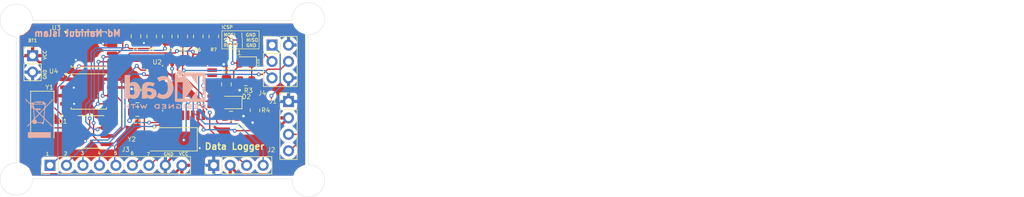
<source format=kicad_pcb>
(kicad_pcb (version 20240108) (generator "pcbnew") (generator_version "8.0")
  (title_block (title "${project_name}") (date "2024-09-26") (comment 1 "2 Layer PCB Version"))
  (layers (0 "F.Cu" signal) (31 "B.Cu" signal) (34 "B.Paste" user) (35 "F.Paste" user) (36 "B.SilkS" user "B.Silkscreen") (37 "F.SilkS" user "F.Silkscreen") (38 "B.Mask" user) (39 "F.Mask" user) (44 "Edge.Cuts" user))
  (property "project_name" "MCU DataLogger with memory and clock")
  (net 0 "")
  (net 1 "GND")
  (net 2 "/VCC")
  (net 3 "Net-(U2-AREF)")
  (net 4 "Net-(U2-PB6)")
  (net 5 "Net-(U2-PB7)")
  (net 6 "Net-(D1-K)")
  (net 7 "/SCK")
  (net 8 "Net-(D2-K)")
  (net 9 "/SDA")
  (net 10 "/TX")
  (net 11 "/RX")
  (net 12 "/D8")
  (net 13 "/D7")
  (net 14 "/D3")
  (net 15 "/D2")
  (net 16 "/D6")
  (net 17 "/MISO")
  (net 18 "/MOSI")
  (net 19 "/RESET")
  (net 20 "Net-(U1-~{INTA})")
  (net 21 "Net-(U1-SQW{slash}~INT)")
  (net 22 "Net-(U1-X2)")
  (net 23 "Net-(U1-X1)")
  (net 32 "/D5")
  (net 33 "/D4")
  (footprint "Package_SO:SOIC-8_5.23x5.23mm_P1.27mm" (layer "F.Cu") (at 101.15 64.5)
    (property "Reference" "U3")
    (property "Value" "24LC1025" (hide yes))
  )
  (footprint "Resistor_SMD:R_0805_2012Metric" (layer "F.Cu") (at 118.038 62.4875 -90)
    (property "Reference" "R6")
    (property "Value" "4.7K" (hide yes))
  )
  (footprint "MountingHole:MountingHole_2.1mm" (layer "F.Cu") (at 90 60)
    (property "Reference" "H1" (hide yes))
    (property "Value" "MountingHole" (hide yes))
  )
  (footprint "MountingHole:MountingHole_2.1mm" (layer "F.Cu") (at 135 84.75)
    (property "Reference" "H4" (hide yes))
    (property "Value" "MountingHole" (hide yes))
  )
  (footprint "ATMEGA328P-AU:QFP80P900X900X120-32N" (layer "F.Cu") (at 116 70.5)
    (property "Reference" "U2")
    (property "Value" "ATMEGA328P-AU" (hide yes))
  )
  (footprint "Resistor_SMD:R_0805_2012Metric" (layer "F.Cu") (at 110.856 62.4875 -90)
    (property "Reference" "R2")
    (property "Value" "10K" (hide yes))
  )
  (footprint "Connector_PinHeader_2.54mm:PinHeader_1x02_P2.54mm_Vertical" (layer "F.Cu") (at 92.5 65.46)
    (property "Reference" "BT1")
    (property "Value" "Battery" (hide yes))
  )
  (footprint "Resistor_SMD:R_0805_2012Metric" (layer "F.Cu") (at 113.25 62.4875 -90)
    (property "Reference" "R1")
    (property "Value" "10K" (hide yes))
  )
  (footprint "DS1337S_:SOIC127P600X175-8N" (layer "F.Cu") (at 101.5 77.25)
    (property "Reference" "U1")
    (property "Value" "DS1337S_" (hide yes))
  )
  (footprint "Resistor_SMD:R_0805_2012Metric" (layer "F.Cu") (at 115.644 62.4875 -90)
    (property "Reference" "R5")
    (property "Value" "10K" (hide yes))
  )
  (footprint "Capacitor_SMD:C_0805_2012Metric" (layer "F.Cu") (at 108.432 62.4675 -90)
    (property "Reference" "C1")
    (property "Value" ".1uF" (hide yes))
  )
  (footprint "Connector_PinHeader_2.54mm:PinHeader_1x09_P2.54mm_Vertical" (layer "F.Cu") (at 95.18 82.4 90)
    (property "Reference" "J3")
    (property "Value" "Conn_01x09_Pin" (hide yes))
  )
  (footprint "Connector_PinHeader_2.54mm:PinHeader_1x04_P2.54mm_Vertical" (layer "F.Cu") (at 131.94 72.54)
    (property "Reference" "J1")
    (property "Value" "Conn_01x04_Pin" (hide yes))
  )
  (footprint "Crystal:Crystal_SMD_5032-2Pin_5.0x3.2mm_HandSoldering" (layer "F.Cu") (at 113.3256 78.3844 180)
    (property "Reference" "Y2")
    (property "Value" "16MHz" (hide yes))
  )
  (footprint "Resistor_SMD:R_0805_2012Metric" (layer "F.Cu") (at 120.432 62.4875 -90)
    (property "Reference" "R7")
    (property "Value" "4.7K" (hide yes))
  )
  (footprint "Capacitor_SMD:C_0805_2012Metric" (layer "F.Cu") (at 108.65 74.1 180)
    (property "Reference" "C5")
    (property "Value" "22pF" (hide yes))
  )
  (footprint "Resistor_SMD:R_0805_2012Metric" (layer "F.Cu") (at 125.35 69.35)
    (property "Reference" "R3")
    (property "Value" "330" (hide yes))
  )
  (footprint "Connector_PinHeader_2.54mm:PinHeader_1x04_P2.54mm_Vertical" (layer "F.Cu") (at 120.41 82.4 90)
    (property "Reference" "J2")
    (property "Value" "Conn_01x04_Pin" (hide yes))
  )
  (footprint "LED_SMD:LED_0805_2012Metric" (layer "F.Cu") (at 123.0843 72.7 180)
    (property "Reference" "D2")
    (property "Value" "LED" (hide yes))
  )
  (footprint "LED_SMD:LED_0805_2012Metric" (layer "F.Cu") (at 125.3125 66.6 180)
    (property "Reference" "D1")
    (property "Value" "LED")
  )
  (footprint "Capacitor_SMD:C_0805_2012Metric" (layer "F.Cu") (at 123.07 74.8)
    (property "Reference" "C3")
    (property "Value" "100nF" (hide yes))
  )
  (footprint "Crystal:Crystal_SMD_5032-2Pin_5.0x3.2mm_HandSoldering" (layer "F.Cu") (at 94 75.5 -90)
    (property "Reference" "Y1")
    (property "Value" "32.768 KHz" (hide yes))
  )
  (footprint "Capacitor_SMD:C_0805_2012Metric" (layer "F.Cu") (at 108.65 72 180)
    (property "Reference" "C4")
    (property "Value" "22pF" (hide yes))
  )
  (footprint "Resistor_SMD:R_0805_2012Metric" (layer "F.Cu") (at 126.77 73.9 -90)
    (property "Reference" "R4")
    (property "Value" "330" (hide yes))
  )
  (footprint "MountingHole:MountingHole_2.1mm" (layer "F.Cu") (at 90 84.5)
    (property "Reference" "H3" (hide yes))
    (property "Value" "MountingHole" (hide yes))
  )
  (footprint "Connector_PinHeader_2.54mm:PinHeader_2x03_P2.54mm_Vertical" (layer "F.Cu") (at 129.4 63.82)
    (property "Reference" "J4")
    (property "Value" "Conn_02x03_Odd_Even" (hide yes))
  )
  (footprint "Package_SO:SOIC-8_5.23x5.23mm_P1.27mm" (layer "F.Cu") (at 101.15 71)
    (property "Reference" "U4")
    (property "Value" "24LC1025" (hide yes))
  )
  (footprint "MountingHole:MountingHole_2.1mm" (layer "F.Cu") (at 135 59.75)
    (property "Reference" "H2" (hide yes))
    (property "Value" "MountingHole" (hide yes))
  )
  (footprint "Capacitor_SMD:C_0805_2012Metric" (layer "F.Cu") (at 122.37 69.9 -90)
    (property "Reference" "C2")
    (property "Value" "0.1uF" (hide yes))
  )
  (footprint "Symbol:WEEE-Logo_4.2x6mm_SilkScreen" (layer "B.Cu") (at 93.5228 75.1332 180)
    (property "Reference" "REF**" (hide yes))
    (property "Value" "WEEE-Logo_4.2x6mm_SilkScreen" (hide yes))
  )
  (footprint "Symbol:KiCad-Logo2_5mm_SilkScreen" (layer "B.Cu") (at 112.8776 70.6628 180)
    (property "Reference" "REF**" (hide yes))
    (property "Value" "KiCad-Logo2_5mm_SilkScreen" (hide yes))
  )
  (gr_rect (start 121.666 61.6204) (end 127.4064 64.4144) (stroke (width 0.1)) (fill none) (layer "F.SilkS"))
  (gr_line (start 90 82) (end 90 62.5) (stroke (width 0.05)) (layer "Edge.Cuts"))
  (gr_arc (start 90 62.5) (mid 88.232233 58.232233) (end 92.5 60) (stroke (width 0.05)) (layer "Edge.Cuts"))
  (gr_arc (start 92.5 84.5) (mid 88.232233 86.267767) (end 90 82) (stroke (width 0.05)) (layer "Edge.Cuts"))
  (gr_line (start 135 62.25) (end 135 82.25) (stroke (width 0.05)) (layer "Edge.Cuts"))
  (gr_arc (start 135 82.25) (mid 136.767767 86.517767) (end 132.5 84.75) (stroke (width 0.05)) (layer "Edge.Cuts"))
  (gr_line (start 92.5 60) (end 132.512407 59.998759) (stroke (width 0.05)) (layer "Edge.Cuts"))
  (gr_line (start 92.5 84.5) (end 132.5 84.5) (stroke (width 0.05)) (layer "Edge.Cuts"))
  (gr_line (start 132.5 84.75) (end 132.5 84.5) (stroke (width 0.05)) (layer "Edge.Cuts"))
  (gr_arc (start 132.512407 59.998759) (mid 136.677513 57.896369) (end 135 62.25) (stroke (width 0.05)) (layer "Edge.Cuts"))
  (gr_text "Md Nahidul Islam" (at 106.2228 62.5856 0) (layer "B.SilkS") (effects (font (size 1 1) (thickness 0.25) (bold yes)) (justify left bottom mirror)))
  (gr_text "Data Logger" (at 118.9228 80.0608 0) (layer "F.SilkS") (effects (font (size 1 1) (thickness 0.2) (bold yes)) (justify left bottom)))
  (gr_text "7" (at 110.0328 80.9752 0) (layer "F.SilkS") (effects (font (size 0.5 0.5) (thickness 0.1)) (justify left bottom)))
  (gr_text "6" (at 107.5436 80.8228 0) (layer "F.SilkS") (effects (font (size 0.5 0.5) (thickness 0.1)) (justify left bottom)))
  (gr_text "2" (at 97.282 80.8736 0) (layer "F.SilkS") (effects (font (size 0.5 0.5) (thickness 0.1)) (justify left bottom)))
  (gr_text "ICSP\n" (at 121.5644 61.3664 0) (layer "F.SilkS") (effects (font (size 0.5 0.5) (thickness 0.1)) (justify left bottom)))
  (gr_text "VCC\n" (at 94.6912 66.1416 90) (layer "F.SilkS") (effects (font (size 0.5 0.5) (thickness 0.1)) (justify left bottom)))
  (gr_text "GND\n" (at 94.6912 69.1896 90) (layer "F.SilkS") (effects (font (size 0.5 0.5) (thickness 0.1)) (justify left bottom)))
  (gr_text "4" (at 102.4636 80.8228 0) (layer "F.SilkS") (effects (font (size 0.5 0.5) (thickness 0.1)) (justify left bottom)))
  (gr_text "VCC\n" (at 115.0112 80.9244 0) (layer "F.SilkS") (effects (font (size 0.5 0.5) (thickness 0.1)) (justify left bottom)))
  (gr_text "3" (at 99.8728 80.8228 0) (layer "F.SilkS") (effects (font (size 0.5 0.5) (thickness 0.1)) (justify left bottom)))
  (gr_text "GND\n" (at 112.6236 80.9752 0) (layer "F.SilkS") (effects (font (size 0.5 0.5) (thickness 0.1)) (justify left bottom)))
  (gr_text "5" (at 105.0036 80.8228 0) (layer "F.SilkS") (effects (font (size 0.5 0.5) (thickness 0.1)) (justify left bottom)))
  (gr_text "MOSI  | GND\nSCK	  | MISO\nRESET | GND" (at 121.8692 64.1604 0) (layer "F.SilkS") (effects (font (size 0.5 0.5) (thickness 0.1)) (justify left bottom)))
  (gr_text "1\n" (at 94.488 80.9244 0) (layer "F.SilkS") (effects (font (size 0.5 0.5) (thickness 0.1)) (justify left bottom)))
  (segment (start 110.35 70.65) (end 107.8 70.65) (width 0.35) (layer "F.Cu") (net 1))
  (segment (start 109.5675 63.4175) (end 108.432 63.4175) (width 0.35) (layer "F.Cu") (net 1))
  (segment (start 107.8 70.65) (end 107.75 70.6) (width 0.35) (layer "F.Cu") (net 1))
  (segment (start 114.5 80.65) (end 117.6 80.65) (width 0.35) (layer "F.Cu") (net 1))
  (segment (start 98.9 72.9) (end 97.555 72.9) (width 0.35) (layer "F.Cu") (net 1))
  (segment (start 111.83 70.9) (end 110.6 70.9) (width 0.35) (layer "F.Cu") (net 1))
  (segment (start 107.7 70.65) (end 107.75 70.6) (width 0.35) (layer "F.Cu") (net 1))
  (segment (start 122.37 67.22) (end 121.95 66.8) (width 0.35) (layer "F.Cu") (net 1))
  (segment (start 99.025 79.155) (end 100.095 79.155) (width 0.35) (layer "F.Cu") (net 1))
  (segment (start 124.4375 70.7625) (end 124.4 70.8) (width 0.35) (layer "F.Cu") (net 1))
  (segment (start 104.75 70.365) (end 107.515 70.365) (width 0.4) (layer "F.Cu") (net 1))
  (segment (start 103.615 63.865) (end 103.35 63.6) (width 0.35) (layer "F.Cu") (net 1))
  (segment (start 124.02 74.8) (end 125 74.8) (width 0.35) (layer "F.Cu") (net 1))
  (segment (start 97.55 66.405) (end 98.845 66.405) (width 0.35) (layer "F.Cu") (net 1))
  (segment (start 111.83 69.3) (end 113.05 69.3) (width 0.35) (layer "F.Cu") (net 1))
  (segment (start 118.8 70.1) (end 120.17 70.1) (width 0.35) (layer "F.Cu") (net 1))
  (segment (start 113.05 69.3) (end 113.1 69.35) (width 0.35) (layer "F.Cu") (net 1))
  (segment (start 126.77 74.8125) (end 126.77 75.43) (width 0.35) (layer "F.Cu") (net 1))
  (segment (start 97.555 72.9) (end 97.55 72.905) (width 0.35) (layer "F.Cu") (net 1))
  (segment (start 118.25 80) (end 118.25 79.75) (width 0.35) (layer "F.Cu") (net 1))
  (segment (start 110.6 70.9) (end 110.35 70.65) (width 0.35) (layer "F.Cu") (net 1))
  (segment (start 109.65 63.5) (end 109.5675 63.4175) (width 0.35) (layer "F.Cu") (net 1))
  (segment (start 98.85 70.4) (end 97.585 70.4) (width 0.35) (layer "F.Cu") (net 1))
  (segment (start 104.75 63.865) (end 103.615 63.865) (width 0.35) (layer "F.Cu") (net 1))
  (segment (start 107.45 75.5) (end 107.7 75.25) (width 0.35) (layer "F.Cu") (net 1))
  (segment (start 122.37 68.95) (end 122.37 67.22) (width 0.35) (layer "F.Cu") (net 1))
  (segment (start 124.4375 69.35) (end 124.4375 70.7625) (width 0.35) (layer "F.Cu") (net 1))
  (segment (start 107.515 70.365) (end 107.75 70.6) (width 0.35) (layer "F.Cu") (net 1))
  (segment (start 126.77 75.43) (end 126.4 75.8) (width 0.35) (layer "F.Cu") (net 1))
  (segment (start 107.7 72) (end 107.7 70.65) (width 0.35) (layer "F.Cu") (net 1))
  (segment (start 97.585 70.4) (end 97.55 70.365) (width 0.35) (layer "F.Cu") (net 1))
  (segment (start 107.7 75.25) (end 107.7 74.1) (width 0.35) (layer "F.Cu") (net 1))
  (segment (start 112.96 82.55) (end 112.96 82.19) (width 0.35) (layer "F.Cu") (net 1))
  (segment (start 100.095 79.155) (end 100.6 78.65) (width 0.35) (layer "F.Cu") (net 1))
  (segment (start 98.845 66.405) (end 99.15 66.1) (width 0.35) (layer "F.Cu") (net 1))
  (segment (start 117.6 80.65) (end 118.25 80) (width 0.35) (layer "F.Cu") (net 1))
  (segment (start 112.96 82.19) (end 114.5 80.65) (width 0.35) (layer "F.Cu") (net 1))
  (via (at 107.75 70.6) (size 0.9) (drill 0.4) (layers "F.Cu" "B.Cu") (net 1))
  (via (at 121.95 66.8) (size 0.9) (drill 0.4) (layers "F.Cu" "B.Cu") (net 1))
  (via (at 126.4 75.8) (size 0.9) (drill 0.4) (layers "F.Cu" "B.Cu") (net 1))
  (via (at 118.25 79.75) (size 0.6) (drill 0.3) (layers "F.Cu" "B.Cu") (net 1))
  (via (at 100.6 78.65) (size 0.5) (drill 0.3) (layers "F.Cu" "B.Cu") (net 1))
  (via (at 124.4 70.8) (size 0.9) (drill 0.4) (layers "F.Cu" "B.Cu") (net 1))
  (via (at 98.85 70.4) (size 0.5) (drill 0.3) (layers "F.Cu" "B.Cu") (net 1))
  (via (at 98.9 72.9) (size 0.5) (drill 0.3) (layers "F.Cu" "B.Cu") (net 1))
  (via (at 103.35 63.6) (size 0.5) (drill 0.3) (layers "F.Cu" "B.Cu") (net 1))
  (via (at 118.8 70.1) (size 0.6) (drill 0.4) (layers "F.Cu" "B.Cu") (net 1))
  (via (at 99.15 66.1) (size 0.5) (drill 0.3) (layers "F.Cu" "B.Cu") (net 1))
  (via (at 109.65 63.5) (size 0.5) (drill 0.3) (layers "F.Cu" "B.Cu") (net 1))
  (via (at 113.1 69.35) (size 0.9) (drill 0.4) (layers "F.Cu" "B.Cu") (net 1))
  (via (at 125 74.8) (size 0.9) (drill 0.4) (layers "F.Cu" "B.Cu") (net 1))
  (via (at 107.45 75.5) (size 0.7) (drill 0.4) (layers "F.Cu" "B.Cu") (net 1))
  (segment (start 112.96 82.55) (end 112.96 82.09) (width 0.35) (layer "B.Cu") (net 1))
  (segment (start 109.85 69.7) (end 107.9 67.75) (width 0.3) (layer "F.Cu") (net 2))
  (segment (start 111.83 71.7) (end 117.9 71.7) (width 0.2) (layer "F.Cu") (net 2))
  (segment (start 95.55 66.45) (end 93.49 66.45) (width 0.3) (layer "F.Cu") (net 2))
  (segment (start 108.167 61.7825) (end 108.432 61.5175) (width 0.2) (layer "F.Cu") (net 2))
  (segment (start 122.12 72.7268) (end 122.1468 72.7) (width 0.2) (layer "F.Cu") (net 2))
  (segment (start 90.75 70.1) (end 90.75 69.95) (width 0.2) (layer "F.Cu") (net 2))
  (segment (start 90.75 69.95) (end 90.75 63.35) (width 0.4) (layer "F.Cu") (net 2))
  (segment (start 97.55 69.095) (end 97.545 69.1) (width 0.2) (layer "F.Cu") (net 2))
  (segment (start 120.17 72.5) (end 121.9468 72.5) (width 0.2) (layer "F.Cu") (net 2))
  (segment (start 96.15 69.1) (end 94.9 70.35) (width 0.4) (layer "F.Cu") (net 2))
  (segment (start 106.345 61.5175) (end 108.432 61.5175) (width 0.4) (layer "F.Cu") (net 2))
  (segment (start 103.975 75.345) (end 104.605 75.345) (width 0.2) (layer "F.Cu") (net 2))
  (segment (start 105.2675 62.595) (end 106.345 61.5175) (width 0.4) (layer "F.Cu") (net 2))
  (segment (start 93.49 66.45) (end 92.5 65.46) (width 0.3) (layer "F.Cu") (net 2))
  (segment (start 100.5 73.4) (end 100.25 73.15) (width 0.4) (layer "F.Cu") (net 2))
  (segment (start 99.9 70.9) (end 99.9 70.445) (width 0.4) (layer "F.Cu") (net 2))
  (segment (start 91.05 70.35) (end 90.8 70.1) (width 0.4) (layer "F.Cu") (net 2))
  (segment (start 130 83.15) (end 130 77.02) (width 0.4) (layer "F.Cu") (net 2))
  (segment (start 99.9 70.445) (end 98.55 69.095) (width 0.4) (layer "F.Cu") (net 2))
  (segment (start 124.2 83.8) (end 129.35 83.8) (width 0.4) (layer "F.Cu") (net 2))
  (segment (start 97.55 65.135) (end 97.55 63.865) (width 0.4) (layer "F.Cu") (net 2))
  (segment (start 97.545 69.1) (end 96.15 69.1) (width 0.4) (layer "F.Cu") (net 2))
  (segment (start 97.55 71.635) (end 99.165 71.635) (width 0.4) (layer "F.Cu") (net 2))
  (segment (start 99.165 71.635) (end 99.9 70.9) (width 0.4) (layer "F.Cu") (net 2))
  (segment (start 110.35 69.7) (end 109.85 69.7) (width 0.3) (layer "F.Cu") (net 2))
  (segment (start 102.945 75.345) (end 101 73.4) (width 0.4) (layer "F.Cu") (net 2))
  (segment (start 113.05 71.4) (end 113.05 70.45) (width 0.2) (layer "F.Cu") (net 2))
  (segment (start 91.505 62.595) (end 97.55 62.595) (width 0.4) (layer "F.Cu") (net 2))
  (segment (start 112.75 71.7) (end 113.05 71.4) (width 0.2) (layer "F.Cu") (net 2))
  (segment (start 115.644 61.575) (end 118.038 61.575) (width 0.4) (layer "F.Cu") (net 2))
  (segment (start 118.7 72.5) (end 120.17 72.5) (width 0.2) (layer "F.Cu") (net 2))
  (segment (start 97.55 62.595) (end 104.75 62.595) (width 0.4) (layer "F.Cu") (net 2))
  (segment (start 100.25 73.15) (end 100.25 72.2) (width 0.4) (layer "F.Cu") (net 2))
  (segment (start 103.975 75.345) (end 102.945 75.345) (width 0.4) (layer "F.Cu") (net 2))
  (segment (start 96.135 69.095) (end 97.55 69.095) (width 0.4) (layer "F.Cu") (net 2))
  (segment (start 100.25 72.2) (end 99.685 71.635) (width 0.4) (layer "F.Cu") (net 2))
  (segment (start 104.75 69.095) (end 98.55 69.095) (width 0.4) (layer "F.Cu") (net 2))
  (segment (start 129.35 83.8) (end 130 83.15) (width 0.4) (layer "F.Cu") (net 2))
  (segment (start 118.038 61.575) (end 120.432 61.575) (width 0.4) (layer "F.Cu") (net 2))
  (segment (start 130 77.02) (end 131.94 75.08) (width 0.4) (layer "F.Cu") (net 2))
  (segment (start 97.55 63.865) (end 97.55 62.595) (width 0.4) (layer "F.Cu") (net 2))
  (segment (start 90.75 63.35) (end 91.505 62.595) (width 0.4) (layer "F.Cu") (net 2))
  (segment (start 93.4 83.8) (end 90.75 81.15) (width 0.4) (layer "F.Cu") (net 2))
  (segment (start 90.8 70.1) (end 90.75 70.1) (width 0.2) (layer "F.Cu") (net 2))
  (segment (start 96.85 67.75) (end 95.55 66.45) (width 0.3) (layer "F.Cu") (net 2))
  (segment (start 108.432 61.5175) (end 110.7985 61.5175) (width 0.4) (layer "F.Cu") (net 2))
  (segment (start 111.83 71.7) (end 112.75 71.7) (width 0.2) (layer "F.Cu") (net 2))
  (segment (start 107.9 67.75) (end 96.85 67.75) (width 0.3) (layer "F.Cu") (net 2))
  (segment (start 122.95 82.55) (end 124.2 83.8) (width 0.4) (layer "F.Cu") (net 2))
  (segment (start 110.7985 61.5175) (end 110.856 61.575) (width 0.2) (layer "F.Cu") (net 2))
  (segment (start 99.685 71.635) (end 97.55 71.635) (width 0.4) (layer "F.Cu") (net 2))
  (segment (start 112.7 70.1) (end 111.83 70.1) (width 0.2) (layer "F.Cu") (net 2))
  (segment (start 110.856 61.575) (end 113.25 61.575) (width 0.4) (layer "F.Cu") (net 2))
  (segment (start 110.75 70.1) (end 110.35 69.7) (width 0.3) (layer "F.Cu") (net 2))
  (segment (start 115.5 82.55) (end 114.25 83.8) (width 0.4) (layer "F.Cu") (net 2))
  (segment (start 111.83 70.1) (end 110.75 70.1) (width 0.3) (layer "F.Cu") (net 2))
  (segment (start 113.25 61.575) (end 115.644 61.575) (width 0.4) (layer "F.Cu") (net 2))
  (segment (start 98.55 69.095) (end 97.55 69.095) (width 0.4) (layer "F.Cu") (net 2))
  (segment (start 94.9 70.35) (end 91.05 70.35) (width 0.4) (layer "F.Cu") (net 2))
  (segment (start 117.9 71.7) (end 118.7 72.5) (width 0.2) (layer "F.Cu") (net 2))
  (segment (start 104.75 62.595) (end 105.2675 62.595) (width 0.2) (layer "F.Cu") (net 2))
  (segment (start 114.25 83.8) (end 93.4 83.8) (width 0.4) (layer "F.Cu") (net 2))
  (segment (start 122.12 74.8) (end 122.12 72.7268) (width 0.2) (layer "F.Cu") (net 2))
  (segment (start 92.5 65.46) (end 96.135 69.095) (width 0.4) (layer "F.Cu") (net 2))
  (segment (start 90.75 81.15) (end 90.75 69.95) (width 0.4) (layer "F.Cu") (net 2))
  (segment (start 121.9468 72.5) (end 122.1468 72.7) (width 0.2) (layer "F.Cu") (net 2))
  (segment (start 101 73.4) (end 100.5 73.4) (width 0.4) (layer "F.Cu") (net 2))
  (segment (start 113.05 70.45) (end 112.7 70.1) (width 0.2) (layer "F.Cu") (net 2))
  (segment (start 120.17 70.9) (end 122.32 70.9) (width 0.2) (layer "F.Cu") (net 3))
  (segment (start 122.32 70.9) (end 122.37 70.85) (width 0.2) (layer "F.Cu") (net 3))
  (segment (start 109.72 72) (end 110.22 72.5) (width 0.2) (layer "F.Cu") (net 4))
  (segment (start 116.5 72.6) (end 116.4 72.5) (width 0.2) (layer "F.Cu") (net 4))
  (segment (start 116.4 72.5) (end 111.83 72.5) (width 0.2) (layer "F.Cu") (net 4))
  (segment (start 110.22 72.5) (end 111.83 72.5) (width 0.2) (layer "F.Cu") (net 4))
  (via (at 116.5 72.6) (size 0.6) (drill 0.3) (layers "F.Cu" "B.Cu") (net 4))
  (via (at 115.8 78.5) (size 0.6) (drill 0.3) (layers "F.Cu" "B.Cu") (net 4))
  (segment (start 116.15 77.55) (end 116.15 72.95) (width 0.2) (layer "B.Cu") (net 4))
  (segment (start 115.8 77.9) (end 116.15 77.55) (width 0.2) (layer "B.Cu") (net 4))
  (segment (start 115.8 78.5) (end 115.8 77.9) (width 0.2) (layer "B.Cu") (net 4))
  (segment (start 116.15 72.95) (end 116.5 72.6) (width 0.2) (layer "B.Cu") (net 4))
  (segment (start 110.3 73.35) (end 111.78 73.35) (width 0.2) (layer "F.Cu") (net 5))
  (segment (start 109.72 74.1) (end 109.72 73.93) (width 0.2) (layer "F.Cu") (net 5))
  (segment (start 109.72 77.37) (end 109.72 74.1) (width 0.2) (layer "F.Cu") (net 5))
  (segment (start 110.6 78.5) (end 109.72 77.62) (width 0.2) (layer "F.Cu") (net 5))
  (segment (start 111.78 73.35) (end 111.83 73.3) (width 0.2) (layer "F.Cu") (net 5))
  (segment (start 109.72 73.93) (end 110.3 73.35) (width 0.2) (layer "F.Cu") (net 5))
  (segment (start 126.2625 69.35) (end 126.2625 66.6125) (width 0.2) (layer "F.Cu") (net 6))
  (segment (start 126.2625 66.6125) (end 126.25 66.6) (width 0.2) (layer "F.Cu") (net 6))
  (segment (start 131.94 80.16) (end 132.06 80.16) (width 0.2) (layer "F.Cu") (net 7))
  (segment (start 132.942158 61.842158) (end 132.907843 61.842158) (width 0.2) (layer "F.Cu") (net 7))
  (segment (start 106.25 76.7) (end 106.25 72.55) (width 0.2) (layer "F.Cu") (net 7))
  (segment (start 104.75 71.635) (end 103.315 71.635) (width 0.2) (layer "F.Cu") (net 7))
  (segment (start 124.375 66.6) (end 124.33 66.555) (width 0.2) (layer "F.Cu") (net 7))
  (segment (start 120.85 73.98) (end 120.17 73.3) (width 0.2) (layer "F.Cu") (net 7))
  (segment (start 119.6795 62.45) (end 122.55 62.45) (width 0.2) (layer "F.Cu") (net 7))
  (segment (start 104.235 65.65) (end 104.75 65.135) (width 0.2) (layer "F.Cu") (net 7))
  (segment (start 127.05 61.7) (end 125.7 63.05) (width 0.2) (layer "F.Cu") (net 7))
  (segment (start 107.1825 62.5675) (end 117.712 62.5675) (width 0.2) (layer "F.Cu") (net 7))
  (segment (start 128.19 65.15) (end 129.4 66.36) (width 0.2) (layer "F.Cu") (net 7))
  (segment (start 118.038 63.4) (end 118.7295 63.4) (width 0.2) (layer "F.Cu") (net 7))
  (segment (start 123.5 67.85) (end 123.5 71.5) (width 0.2) (layer "F.Cu") (net 7))
  (segment (start 120.85 75.65) (end 120.85 73.98) (width 0.2) (layer "F.Cu") (net 7))
  (segment (start 122.9 75.95) (end 121.15 75.95) (width 0.2) (layer "F.Cu") (net 7))
  (segment (start 124.33 66.555) (end 124.33 65.45) (width 0.2) (layer "F.Cu") (net 7))
  (segment (start 134.05 62.95) (end 132.942158 61.842158) (width 0.2) (layer "F.Cu") (net 7))
  (segment (start 103.315 71.635) (end 103.3 71.65) (width 0.2) (layer "F.Cu") (net 7))
  (segment (start 117.712 62.5675) (end 118.038 62.8935) (width 0.2) (layer "F.Cu") (net 7))
  (segment (start 106.4 64.35) (end 106.4 63.35) (width 0.2) (layer "F.Cu") (net 7))
  (segment (start 105.065 77.885) (end 106.25 76.7) (width 0.2) (layer "F.Cu") (net 7))
  (segment (start 106.25 72.55) (end 105.335 71.635) (width 0.2) (layer "F.Cu") (net 7))
  (segment (start 132.907843 61.842158) (end 132.907843 61.807843) (width 0.2) (layer "F.Cu") (net 7))
  (segment (start 117.7495 63.4) (end 118.038 63.4) (width 0.2) (layer "F.Cu") (net 7))
  (segment (start 125.7 63.05) (end 123.15 63.05) (width 0.2) (layer "F.Cu") (net 7))
  (segment (start 134.05 78.25) (end 134.05 62.95) (width 0.2) (layer "F.Cu") (net 7))
  (segment (start 123.5 71.5) (end 123.1 71.9) (width 0.2) (layer "F.Cu") (net 7))
  (segment (start 124.375 66.6) (end 123.33 66.6) (width 0.2) (layer "F.Cu") (net 7))
  (segment (start 106.4 63.35) (end 107.1825 62.5675) (width 0.2) (layer "F.Cu") (net 7))
  (segment (start 124.375 66.975) (end 124.375 66.6) (width 0.2) (layer "F.Cu") (net 7))
  (segment (start 105.615 65.135) (end 106.4 64.35) (width 0.2) (layer "F.Cu") (net 7))
  (segment (start 132.1 80.2) (end 134.05 78.25) (width 0.2) (layer "F.Cu") (net 7))
  (segment (start 118.7295 63.4) (end 119.6795 62.45) (width 0.2) (layer "F.Cu") (net 7))
  (segment (start 103.975 77.885) (end 105.065 77.885) (width 0.2) (layer "F.Cu") (net 7))
  (segment (start 116.4 66.33) (end 116.4 64.7495) (width 0.2) (layer "F.Cu") (net 7))
  (segment (start 122.55 62.45) (end 123.15 63.05) (width 0.2) (layer "F.Cu") (net 7))
  (segment (start 123.1 71.9) (end 123.1 75.75) (width 0.2) (layer "F.Cu") (net 7))
  (segment (start 104.75 65.135) (end 105.615 65.135) (width 0.2) (layer "F.Cu") (net 7))
  (segment (start 124.33 65.45) (end 124.63 65.15) (width 0.2) (layer "F.Cu") (net 7))
  (segment (start 123.1 75.75) (end 122.9 75.95) (width 0.2) (layer "F.Cu") (net 7))
  (segment (start 121.15 75.95) (end 120.85 75.65) (width 0.2) (layer "F.Cu") (net 7))
  (segment (start 132.06 80.16) (end 132.1 80.2) (width 0.2) (layer "F.Cu") (net 7))
  (segment (start 123.5 67.85) (end 124.375 66.975) (width 0.2) (layer "F.Cu") (net 7))
  (segment (start 124.63 65.15) (end 128.19 65.15) (width 0.2) (layer "F.Cu") (net 7))
  (segment (start 132.907843 61.807843) (end 132.8 61.7) (width 0.2) (layer "F.Cu") (net 7))
  (segment (start 118.038 62.8935) (end 118.038 63.4) (width 0.2) (layer "F.Cu") (net 7))
  (segment (start 116.4 64.7495) (end 117.7495 63.4) (width 0.2) (layer "F.Cu") (net 7))
  (segment (start 105.335 71.635) (end 104.75 71.635) (width 0.2) (layer "F.Cu") (net 7))
  (segment (start 103.4 65.65) (end 104.235 65.65) (width 0.2) (layer "F.Cu") (net 7))
  (segment (start 132.8 61.7) (end 127.05 61.7) (width 0.2) (layer "F.Cu") (net 7))
  (via (at 103.3 71.65) (size 0.6) (drill 0.3) (layers "F.Cu" "B.Cu") (net 7))
  (via (at 123.33 66.6) (size 0.6) (drill 0.3) (layers "F.Cu" "B.Cu") (net 7))
  (via (at 123.15 63.05) (size 0.6) (drill 0.3) (layers "F.Cu" "B.Cu") (net 7))
  (via (at 103.4 65.65) (size 0.6) (drill 0.3) (layers "F.Cu" "B.Cu") (net 7))
  (segment (start 103.4 71.55) (end 103.3 71.65) (width 0.2) (layer "B.Cu") (net 7))
  (segment (start 103.4 65.65) (end 103.4 71.55) (width 0.2) (layer "B.Cu") (net 7))
  (segment (start 123.33 66.6) (end 123.33 63.15) (width 0.2) (layer "B.Cu") (net 7))
  (segment (start 126.4825 72.7) (end 126.77 72.9875) (width 0.2) (layer "F.Cu") (net 8))
  (segment (start 124.0218 72.7) (end 126.4825 72.7) (width 0.2) (layer "F.Cu") (net 8))
  (segment (start 131.94 77.62) (end 133.23 77.62) (width 0.2) (layer "F.Cu") (net 9))
  (segment (start 117.2 66.33) (end 117.2 65.45) (width 0.2) (layer "F.Cu") (net 9))
  (segment (start 107.55 65.05) (end 114.3 65.05) (width 0.2) (layer "F.Cu") (net 9))
  (segment (start 118.8295 65.25) (end 120.432 63.6475) (width 0.2) (layer "F.Cu") (net 9))
  (segment (start 104.755 66.4) (end 106.2 66.4) (width 0.2) (layer "F.Cu") (net 9))
  (segment (start 117.2 64.85) (end 117.2 66.33) (width 0.2) (layer "F.Cu") (net 9))
  (segment (start 101.9 75.85) (end 101.9 77.95) (width 0.2) (layer "F.Cu") (net 9))
  (segment (start 120.682 63.65) (end 120.432 63.4) (width 0.2) (layer "F.Cu") (net 9))
  (segment (start 104.745 72.9) (end 104.75 72.905) (width 0.2) (layer "F.Cu") (net 9))
  (segment (start 132.7 62.2) (end 127.2 62.2) (width 0.2) (layer "F.Cu") (net 9))
  (segment (start 133.65 77.2) (end 133.65 63.15) (width 0.2) (layer "F.Cu") (net 9))
  (segment (start 114.3 65.05) (end 114.45 65.05) (width 0.2) (layer "F.Cu") (net 9))
  (segment (start 120.432 63.6475) (end 120.432 63.4) (width 0.2) (layer "F.Cu") (net 9))
  (segment (start 114.45 65.05) (end 114.75 64.75) (width 0.2) (layer "F.Cu") (net 9))
  (segment (start 117.2 65.45) (end 117.4 65.25) (width 0.2) (layer "F.Cu") (net 9))
  (segment (start 133.65 63.15) (end 132.7 62.2) (width 0.2) (layer "F.Cu") (net 9))
  (segment (start 104.75 66.405) (end 104.755 66.4) (width 0.2) (layer "F.Cu") (net 9))
  (segment (start 125.75 63.65) (end 120.682 63.65) (width 0.2) (layer "F.Cu") (net 9))
  (segment (start 104.745 66.4) (end 102.65 66.4) (width 0.2) (layer "F.Cu") (net 9))
  (segment (start 104.75 66.405) (end 104.745 66.4) (width 0.2) (layer "F.Cu") (net 9))
  (segment (start 127.2 62.2) (end 125.75 63.65) (width 0.2) (layer "F.Cu") (net 9))
  (segment (start 117.4 65.25) (end 118.8295 65.25) (width 0.2) (layer "F.Cu") (net 9))
  (segment (start 133.23 77.62) (end 133.65 77.2) (width 0.2) (layer "F.Cu") (net 9))
  (segment (start 106.2 66.4) (end 107.55 65.05) (width 0.2) (layer "F.Cu") (net 9))
  (segment (start 103.105 79.155) (end 103.975 79.155) (width 0.2) (layer "F.Cu") (net 9))
  (segment (start 102.55 72.9) (end 104.745 72.9) (width 0.2) (layer "F.Cu") (net 9))
  (segment (start 101.9 77.95) (end 103.105 79.155) (width 0.2) (layer "F.Cu") (net 9))
  (via (at 114.75 64.75) (size 0.6) (drill 0.3) (layers "F.Cu" "B.Cu") (net 9))
  (via (at 102.65 66.4) (size 0.6) (drill 0.3) (layers "F.Cu" "B.Cu") (net 9))
  (via (at 102.55 72.9) (size 0.6) (drill 0.3) (layers "F.Cu" "B.Cu") (net 9))
  (via (at 117.2 64.85) (size 0.6) (drill 0.3) (layers "F.Cu" "B.Cu") (net 9))
  (via (at 101.9 75.85) (size 0.6) (drill 0.3) (layers "F.Cu" "B.Cu") (net 9))
  (segment (start 101.9 75.85) (end 101.9 73.55) (width 0.2) (layer "B.Cu") (net 9))
  (segment (start 101.9 73.55) (end 102.55 72.9) (width 0.2) (layer "B.Cu") (net 9))
  (segment (start 117.1 64.75) (end 117.2 64.85) (width 0.2) (layer "B.Cu") (net 9))
  (segment (start 114.75 64.75) (end 117.1 64.75) (width 0.2) (layer "B.Cu") (net 9))
  (segment (start 102.65 66.4) (end 102.65 72.8) (width 0.2) (layer "B.Cu") (net 9))
  (segment (start 102.65 72.8) (end 102.55 72.9) (width 0.2) (layer "B.Cu") (net 9))
  (segment (start 114 66.33) (end 114 67.45) (width 0.2) (layer "F.Cu") (net 10))
  (via (at 114 67.45) (size 0.6) (drill 0.3) (layers "F.Cu" "B.Cu") (net 10))
  (segment (start 114 69.1) (end 117.25 72.35) (width 0.2) (layer "B.Cu") (net 10))
  (segment (start 117.25 74.2) (end 119.05 76) (width 0.2) (layer "B.Cu") (net 10))
  (segment (start 114 67.45) (end 114 69.1) (width 0.2) (layer "B.Cu") (net 10))
  (segment (start 117.25 72.35) (end 117.25 74.2) (width 0.2) (layer "B.Cu") (net 10))
  (segment (start 119.05 76) (end 124.15 76) (width 0.2) (layer "B.Cu") (net 10))
  (segment (start 124.15 76) (end 128.03 79.88) (width 0.2) (layer "B.Cu") (net 10))
  (segment (start 128.03 79.88) (end 128.03 82.55) (width 0.2) (layer "B.Cu") (net 10))
  (segment (start 119.8 76.86) (end 125.49 82.55) (width 0.2) (layer "F.Cu") (net 11))
  (segment (start 114.8 67.65) (end 118.85 71.7) (width 0.2) (layer "F.Cu") (net 11))
  (segment (start 114.8 66.33) (end 114.8 67.65) (width 0.2) (layer "F.Cu") (net 11))
  (segment (start 119.8 74.25) (end 119.8 76.86) (width 0.2) (layer "F.Cu") (net 11))
  (via (at 119.8 74.25) (size 0.6) (drill 0.3) (layers "F.Cu" "B.Cu") (net 11))
  (via (at 118.85 71.7) (size 0.6) (drill 0.3) (layers "F.Cu" "B.Cu") (net 11))
  (segment (start 118.85 73.3) (end 119.8 74.25) (width 0.2) (layer "B.Cu") (net 11))
  (segment (start 118.85 71.7) (end 118.85 73.3) (width 0.2) (layer "B.Cu") (net 11))
  (segment (start 115.6 75.3064) (end 115.6 74.67) (width 0.2) (layer "F.Cu") (net 12))
  (segment (start 113.45 77) (end 113.9064 77) (width 0.2) (layer "F.Cu") (net 12))
  (segment (start 110.42 82.55) (end 112.12 80.85) (width 0.2) (layer "F.Cu") (net 12))
  (segment (start 113.35 77.1) (end 113.45 77) (width 0.2) (layer "F.Cu") (net 12))
  (segment (start 112.12 80.85) (end 112.5 80.85) (width 0.2) (layer "F.Cu") (net 12))
  (segment (start 113.9064 77) (end 115.6 75.3064) (width 0.2) (layer "F.Cu") (net 12))
  (segment (start 112.5 80.85) (end 113.35 80) (width 0.2) (layer "F.Cu") (net 12))
  (segment (start 113.35 80) (end 113.35 77.1) (width 0.2) (layer "F.Cu") (net 12))
  (segment (start 112.8268 79.9232) (end 112.8268 76.8096) (width 0.2) (layer "F.Cu") (net 13))
  (segment (start 112.8268 76.8096) (end 113.0364 76.6) (width 0.2) (layer "F.Cu") (net 13))
  (segment (start 109.98 80.45) (end 112.3 80.45) (width 0.2) (layer "F.Cu") (net 13))
  (segment (start 113.65 76.6) (end 114.8 75.45) (width 0.2) (layer "F.Cu") (net 13))
  (segment (start 107.88 82.55) (end 109.98 80.45) (width 0.2) (layer "F.Cu") (net 13))
  (segment (start 112.3 80.45) (end 112.8268 79.9232) (width 0.2) (layer "F.Cu") (net 13))
  (segment (start 114.8 75.45) (end 114.8 74.67) (width 0.2) (layer "F.Cu") (net 13))
  (segment (start 113.0364 76.6) (end 113.65 76.6) (width 0.2) (layer "F.Cu") (net 13))
  (segment (start 108.55 67.05) (end 109.2 67.7) (width 0.2) (layer "F.Cu") (net 14))
  (segment (start 109.2 67.7) (end 111.83 67.7) (width 0.2) (layer "F.Cu") (net 14))
  (via (at 108.55 67.05) (size 0.6) (drill 0.3) (layers "F.Cu" "B.Cu") (net 14))
  (segment (start 106.25 76.35) (end 104.1 78.5) (width 0.2) (layer "B.Cu") (net 14))
  (segment (start 100.1 80.15) (end 99.7 80.15) (width 0.2) (layer "B.Cu") (net 14))
  (segment (start 108.55 67.05) (end 106.25 69.35) (width 0.2) (layer "B.Cu") (net 14))
  (segment (start 106.25 69.35) (end 106.25 76.35) (width 0.2) (layer "B.Cu") (net 14))
  (segment (start 99.7 80.15) (end 97.72 82.13) (width 0.2) (layer "B.Cu") (net 14))
  (segment (start 101.75 78.5) (end 100.1 80.15) (width 0.2) (layer "B.Cu") (net 14))
  (segment (start 104.1 78.5) (end 101.75 78.5) (width 0.2) (layer "B.Cu") (net 14))
  (segment (start 97.72 82.13) (end 97.72 82.55) (width 0.2) (layer "B.Cu") (net 14))
  (segment (start 106.35 67.1) (end 99.65 67.1) (width 0.2) (layer "F.Cu") (net 15))
  (segment (start 107.12 66.33) (end 106.7 66.75) (width 0.2) (layer "F.Cu") (net 15))
  (segment (start 113.2 66.33) (end 107.12 66.33) (width 0.2) (layer "F.Cu") (net 15))
  (segment (start 106.7 66.75) (end 106.35 67.1) (width 0.2) (layer "F.Cu") (net 15))
  (via (at 99.65 67.1) (size 0.6) (drill 0.3) (layers "F.Cu" "B.Cu") (net 15))
  (segment (start 99.65 67.1) (end 96.4 70.35) (width 0.2) (layer "B.Cu") (net 15))
  (segment (start 96.4 70.35) (end 96.4 81.33) (width 0.2) (layer "B.Cu") (net 15))
  (segment (start 96.4 81.33) (end 95.18 82.55) (width 0.2) (layer "B.Cu") (net 15))
  (segment (start 114 75.5) (end 113.3 76.2) (width 0.2) (layer "F.Cu") (net 16))
  (segment (start 113.3 76.2) (end 111.45 76.2) (width 0.2) (layer "F.Cu") (net 16))
  (segment (start 114 74.67) (end 114 75.5) (width 0.2) (layer "F.Cu") (net 16))
  (segment (start 111.45 76.2) (end 111.25 76.4) (width 0.2) (layer "F.Cu") (net 16))
  (via (at 111.25 76.4) (size 0.6) (drill 0.3) (layers "F.Cu" "B.Cu") (net 16))
  (segment (start 105.15 79.45) (end 105.15 82.36) (width 0.2) (layer "B.Cu") (net 16))
  (segment (start 108.2 76.4) (end 105.15 79.45) (width 0.2) (layer "B.Cu") (net 16))
  (segment (start 105.15 82.36) (end 105.34 82.55) (width 0.2) (layer "B.Cu") (net 16))
  (segment (start 111.25 76.4) (end 108.2 76.4) (width 0.2) (layer "B.Cu") (net 16))
  (segment (start 118.8 74.67) (end 118.8 73.55) (width 0.2) (layer "F.Cu") (net 17))
  (segment (start 127.35 68.35) (end 127.95 68.35) (width 0.2) (layer "F.Cu") (net 17))
  (segment (start 130.75 67.55) (end 131.94 66.36) (width 0.2) (layer "F.Cu") (net 17))
  (segment (start 118.8 73.55) (end 118.1 72.85) (width 0.2) (layer "F.Cu") (net 17))
  (segment (start 128.75 67.55) (end 130.75 67.55) (width 0.2) (layer "F.Cu") (net 17))
  (segment (start 127.95 68.35) (end 128.75 67.55) (width 0.2) (layer "F.Cu") (net 17))
  (via (at 127.35 68.35) (size 0.6) (drill 0.3) (layers "F.Cu" "B.Cu") (net 17))
  (via (at 118.1 72.85) (size 0.6) (drill 0.3) (layers "F.Cu" "B.Cu") (net 17))
  (segment (start 118.1 72.85) (end 118.1 68.75) (width 0.2) (layer "B.Cu") (net 17))
  (segment (start 118.1 68.75) (end 118.5 68.35) (width 0.2) (layer "B.Cu") (net 17))
  (segment (start 118.5 68.35) (end 127.35 68.35) (width 0.2) (layer "B.Cu") (net 17))
  (segment (start 118 74.67) (end 118 75.7) (width 0.2) (layer "F.Cu") (net 18))
  (segment (start 118.85 76.55) (end 118.85 76.9) (width 0.2) (layer "F.Cu") (net 18))
  (segment (start 129.3 74.3) (end 129.3 71.65) (width 0.2) (layer "F.Cu") (net 18))
  (segment (start 118 75.7) (end 118.85 76.55) (width 0.2) (layer "F.Cu") (net 18))
  (segment (start 123.65 77.05) (end 126.55 77.05) (width 0.2) (layer "F.Cu") (net 18))
  (segment (start 126.55 77.05) (end 129.3 74.3) (width 0.2) (layer "F.Cu") (net 18))
  (via (at 118.85 76.9) (size 0.6) (drill 0.3) (layers "F.Cu" "B.Cu") (net 18))
  (via (at 123.65 77.05) (size 0.6) (drill 0.3) (layers "F.Cu" "B.Cu") (net 18))
  (via (at 129.3 71.65) (size 0.6) (drill 0.3) (layers "F.Cu" "B.Cu") (net 18))
  (segment (start 130.65 70.3) (end 130.65 65.07) (width 0.2) (layer "B.Cu") (net 18))
  (segment (start 129.3 71.65) (end 130.65 70.3) (width 0.2) (layer "B.Cu") (net 18))
  (segment (start 123.5 76.9) (end 123.65 77.05) (width 0.2) (layer "B.Cu") (net 18))
  (segment (start 118.85 76.9) (end 123.5 76.9) (width 0.2) (layer "B.Cu") (net 18))
  (segment (start 130.65 65.07) (end 129.4 63.82) (width 0.2) (layer "B.Cu") (net 18))
  (segment (start 115.644 64.944) (end 115.65 64.95) (width 0.2) (layer "F.Cu") (net 19))
  (segment (start 115.6 66.33) (end 115.6 67.55) (width 0.2) (layer "F.Cu") (net 19))
  (segment (start 115.644 63.4) (end 115.644 64.944) (width 0.2) (layer "F.Cu") (net 19))
  (segment (start 115.644 63.4) (end 115.862 63.618) (width 0.2) (layer "F.Cu") (net 19))
  (segment (start 115.65 64.95) (end 115.65 66.28) (width 0.2) (layer "F.Cu") (net 19))
  (segment (start 115.6 67.55) (end 115.8 67.75) (width 0.2) (layer "F.Cu") (net 19))
  (segment (start 115.65 66.28) (end 115.6 66.33) (width 0.2) (layer "F.Cu") (net 19))
  (via (at 115.8 67.75) (size 0.6) (drill 0.3) (layers "F.Cu" "B.Cu") (net 19))
  (segment (start 128.25 67.75) (end 129.4 68.9) (width 0.2) (layer "B.Cu") (net 19))
  (segment (start 115.8 67.75) (end 128.25 67.75) (width 0.2) (layer "B.Cu") (net 19))
  (segment (start 101.3 76.65) (end 100.065 77.885) (width 0.2) (layer "F.Cu") (net 20))
  (segment (start 112.9 64.35) (end 112.9 63.75) (width 0.2) (layer "F.Cu") (net 20))
  (segment (start 100.065 77.885) (end 99.025 77.885) (width 0.2) (layer "F.Cu") (net 20))
  (segment (start 112.9 63.75) (end 113.25 63.4) (width 0.2) (layer "F.Cu") (net 20))
  (segment (start 101.3 75.15) (end 101.3 76.65) (width 0.2) (layer "F.Cu") (net 20))
  (via (at 101.3 75.15) (size 0.6) (drill 0.3) (layers "F.Cu" "B.Cu") (net 20))
  (via (at 112.9 64.35) (size 0.6) (drill 0.3) (layers "F.Cu" "B.Cu") (net 20))
  (segment (start 112.9 64.35) (end 112.6 64.65) (width 0.2) (layer "B.Cu") (net 20))
  (segment (start 112.6 64.65) (end 102.45 64.65) (width 0.2) (layer "B.Cu") (net 20))
  (segment (start 102 72.45) (end 101.3 73.15) (width 0.2) (layer "B.Cu") (net 20))
  (segment (start 101.3 73.15) (end 101.3 75.15) (width 0.2) (layer "B.Cu") (net 20))
  (segment (start 102.45 64.65) (end 102 65.1) (width 0.2) (layer "B.Cu") (net 20))
  (segment (start 102 65.1) (end 102 72.45) (width 0.2) (layer "B.Cu") (net 20))
  (segment (start 103.975 76.615) (end 102.735 76.615) (width 0.2) (layer "F.Cu") (net 21))
  (segment (start 110.856 64.044) (end 110.856 63.4) (width 0.2) (layer "F.Cu") (net 21))
  (segment (start 107.4 64.35) (end 110.55 64.35) (width 0.2) (layer "F.Cu") (net 21))
  (segment (start 102.735 76.615) (end 102.5 76.85) (width 0.2) (layer "F.Cu") (net 21))
  (segment (start 110.55 64.35) (end 110.856 64.044) (width 0.2) (layer "F.Cu") (net 21))
  (segment (start 103.975 76.615) (end 104.935 76.615) (width 0.2) (layer "F.Cu") (net 21))
  (segment (start 107 63.95) (end 107.4 64.35) (width 0.2) (layer "F.Cu") (net 21))
  (via (at 102.5 76.85) (size 0.6) (drill 0.3) (layers "F.Cu" "B.Cu") (net 21))
  (via (at 107 63.95) (size 0.6) (drill 0.3) (layers "F.Cu" "B.Cu") (net 21))
  (segment (start 101.85 76.85) (end 102.5 76.85) (width 0.2) (layer "B.Cu") (net 21))
  (segment (start 100.7 75.7) (end 101.85 76.85) (width 0.2) (layer "B.Cu") (net 21))
  (segment (start 100.7 73) (end 100.7 75.7) (width 0.2) (layer "B.Cu") (net 21))
  (segment (start 106.7 64.25) (end 102.2 64.25) (width 0.2) (layer "B.Cu") (net 21))
  (segment (start 101.55 72.15) (end 100.7 73) (width 0.2) (layer "B.Cu") (net 21))
  (segment (start 102.2 64.25) (end 101.55 64.9) (width 0.2) (layer "B.Cu") (net 21))
  (segment (start 101.55 64.9) (end 101.55 72.15) (width 0.2) (layer "B.Cu") (net 21))
  (segment (start 107 63.95) (end 106.7 64.25) (width 0.2) (layer "B.Cu") (net 21))
  (segment (start 99.025 76.615) (end 95.485 76.615) (width 0.2) (layer "F.Cu") (net 22))
  (segment (start 95.485 76.615) (end 94 78.1) (width 0.2) (layer "F.Cu") (net 22))
  (segment (start 99.025 75.345) (end 97.695 75.345) (width 0.2) (layer "F.Cu") (net 23))
  (segment (start 95.25 72.9) (end 94 72.9) (width 0.2) (layer "F.Cu") (net 23))
  (segment (start 97.695 75.345) (end 95.25 72.9) (width 0.2) (layer "F.Cu") (net 23))
  (segment (start 112.07 75.8) (end 110.45 75.8) (width 0.2) (layer "F.Cu") (net 32))
  (segment (start 113.2 74.67) (end 112.07 75.8) (width 0.2) (layer "F.Cu") (net 32))
  (via (at 110.45 75.8) (size 0.6) (drill 0.3) (layers "F.Cu" "B.Cu") (net 32))
  (segment (start 110.45 75.8) (end 108.2 75.8) (width 0.2) (layer "B.Cu") (net 32))
  (segment (start 108.2 75.8) (end 102.8 81.2) (width 0.2) (layer "B.Cu") (net 32))
  (segment (start 102.8 81.2) (end 102.8 82.55) (width 0.2) (layer "B.Cu") (net 32))
  (segment (start 109.85 68.5) (end 109.65 68.3) (width 0.2) (layer "F.Cu") (net 33))
  (segment (start 111.83 68.5) (end 109.85 68.5) (width 0.2) (layer "F.Cu") (net 33))
  (via (at 109.65 68.3) (size 0.6) (drill 0.3) (layers "F.Cu" "B.Cu") (net 33))
  (segment (start 104.3 78.9) (end 102 78.9) (width 0.2) (layer "B.Cu") (net 33))
  (segment (start 102 78.9) (end 100.26 80.64) (width 0.2) (layer "B.Cu") (net 33))
  (segment (start 106.732843 69.432843) (end 106.732843 76.467157) (width 0.2) (layer "B.Cu") (net 33))
  (segment (start 107.865686 68.3) (end 106.732843 69.432843) (width 0.2) (layer "B.Cu") (net 33))
  (segment (start 109.65 68.3) (end 107.865686 68.3) (width 0.2) (layer "B.Cu") (net 33))
  (segment (start 106.732843 76.467157) (end 104.3 78.9) (width 0.2) (layer "B.Cu") (net 33))
  (segment (start 100.26 80.64) (end 100.26 82.55) (width 0.2) (layer "B.Cu") (net 33))
  (zone (net 2) (net_name "/VCC") (layer "F.Cu") (connect_pads (clearance 0.5)) (min_thickness 0.25) (fill yes (thermal_gap 0.5) (thermal_bridge_width 0.5))
    (polygon (pts (xy 92.389871 60.050359) (xy 132.439871 60.100359) (xy 132.639871 60.700359) (xy 132.789871 61.000359) (xy 133.039871 61.300359) (xy 133.289871 61.550359) (xy 133.639871 61.800359) (xy 134.289871 62.050359) (xy 134.739871 62.200359) (xy 134.839871 62.200359) (xy 134.839871 82.200359) (xy 134.489871 82.300359) (xy 134.189871 82.350359) (xy 133.739871 82.550359) (xy 133.489871 82.700359) (xy 133.239871 82.900359) (xy 133.039871 83.150359) (xy 132.839871 83.350359) (xy 132.789871 83.500359) (xy 132.489871 84.350359) (xy 92.489871 84.250359) (xy 92.389871 83.900359) (xy 92.339871 83.700359) (xy 92.289871 83.550359) (xy 91.989871 82.850359) (xy 91.689871 82.600359) (xy 91.439871 82.350359) (xy 91.139871 82.250359) (xy 90.889871 82.100359) (xy 90.689871 82.000359) (xy 90.189871 81.950359) (xy 89.989871 81.950359) (xy 90.039871 62.450359) (xy 91.039871 62.250359) (xy 91.639871 61.800359) (xy 92.039871 61.400359) (xy 92.339871 60.700359) (xy 92.389871 60.400359)))
  )
  (zone (net 1) (net_name "GND") (layer "B.Cu") (connect_pads (clearance 0.5)) (min_thickness 0.25) (fill yes (thermal_gap 0.5) (thermal_bridge_width 0.5))
    (polygon (pts (xy 92.45 60.1) (xy 132.5 60.15) (xy 132.7 60.75) (xy 132.85 61.05) (xy 133.1 61.35) (xy 133.35 61.6) (xy 133.7 61.85) (xy 134.35 62.1) (xy 134.8 62.25) (xy 134.9 62.25) (xy 134.9 82.25) (xy 134.55 82.35) (xy 134.25 82.4) (xy 133.8 82.6) (xy 133.55 82.75) (xy 133.3 82.95) (xy 133.1 83.2) (xy 132.9 83.4) (xy 132.85 83.55) (xy 132.55 84.4) (xy 92.55 84.3) (xy 92.45 83.95) (xy 92.4 83.75) (xy 92.35 83.6) (xy 92.05 82.9) (xy 91.75 82.65) (xy 91.5 82.4) (xy 91.2 82.3) (xy 90.95 82.15) (xy 90.75 82.05) (xy 90.25 82) (xy 90.05 82) (xy 90.1 62.5) (xy 91.1 62.3) (xy 91.7 61.85) (xy 92.1 61.45) (xy 92.4 60.75) (xy 92.45 60.45)))
  )
)
</source>
